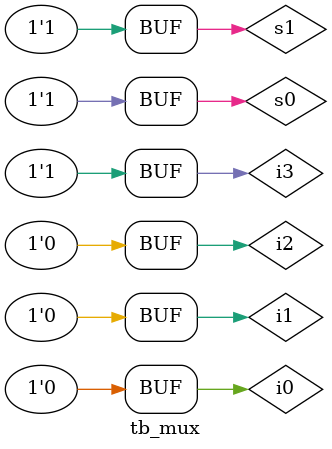
<source format=v>
`timescale 1ns / 1ps
module tb_mux;
// Inputs, defined as registers
reg i0;
reg i1;
reg i2;
reg i3;
reg s1;
reg s0;
// Outputs, defined as wires
wire d;
// Instantiate the UUT (unit under test)
mux uut(
.i0(i0),
.i1(i1),
.i2(i2),
.i3(i3),
.s1(s1),
.s0(s0),
.d(d)
);
initial begin
// Initialize Inputs
i0 = 0;
i1 = 0;
i2 = 0;
i3 = 0;
s1 = 0;
s0 = 0;
// Wait 50 ns for global reset to finish
#50;
// Stimulus -- all input combinations followed by some wait time to observe the o/p
i0 = 0;
i1 = 0;
i2 = 0;
i3 = 0;
s1 = 0;
s0 = 0;
$display("TC01");
if( d != 1'b0 ) $display("Result is wrong");
i0 = 1;
i1 = 0;
i2 = 0;
i3 = 0;
s1 = 0;
s0 = 0;
#50;
$display("TC02");
if( d != 1'b1 ) $display("Result is wrong");
i0 = 0;
i1 = 0;
i2 = 0;
i3 = 0;
s1 = 0;
s0 = 1;
#50;
$display("TC03");
if( d != 1'b0 ) $display("Result is wrong");
i0 = 0;
i1 = 1;
i2 = 0;
i3 = 0;
s1 = 0;
s0 = 1;
#50;
$display("TC04");
if( d != 1'b1 ) $display("Result is wrong");
i0 = 0;
i1 = 0;
i2 = 0;
i3 = 0;
s1 = 1;
s0 = 0;
#50;
$display("TC05");
if( d != 1'b0 ) $display("Result is wrong");
i0 = 0;
i1 = 0;
i2 = 1;
i3 = 0;
s1 = 1;
s0 = 0;
#50;
$display("TC06");
if( d != 1'b1 ) $display("Result is wrong");
i0 = 0;
i1 = 0;
i2 = 0;
i3 = 0;
s1 = 1;
s0 = 1;
#50;
$display("TC07");
if( d != 1'b0 ) $display("Result is wrong");
i0 = 0;
i1 = 0;
i2 = 0;
i3 = 1;
s1 = 1;
s0 = 1;
#50;
$display("TC08");
if( d != 1'b1 ) $display("Result is wrong");
end
endmodule

</source>
